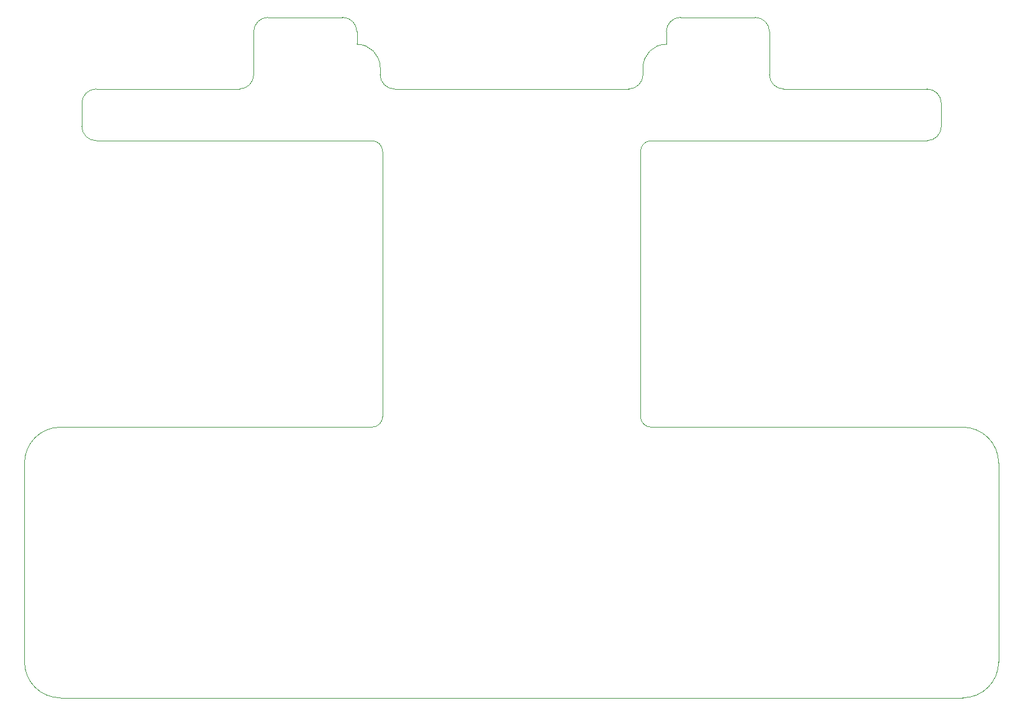
<source format=gbr>
%TF.GenerationSoftware,KiCad,Pcbnew,9.0.2*%
%TF.CreationDate,2025-07-06T19:20:28+07:00*%
%TF.ProjectId,Gamepad PCB,47616d65-7061-4642-9050-43422e6b6963,v03*%
%TF.SameCoordinates,Original*%
%TF.FileFunction,Profile,NP*%
%FSLAX46Y46*%
G04 Gerber Fmt 4.6, Leading zero omitted, Abs format (unit mm)*
G04 Created by KiCad (PCBNEW 9.0.2) date 2025-07-06 19:20:28*
%MOMM*%
%LPD*%
G01*
G04 APERTURE LIST*
%TA.AperFunction,Profile*%
%ADD10C,0.050000*%
%TD*%
G04 APERTURE END LIST*
D10*
X86000000Y-106220000D02*
G75*
G02*
X91000000Y-101220000I5000000J0D01*
G01*
X177600000Y-44000000D02*
X188000000Y-44000000D01*
X96000000Y-61220000D02*
X134500000Y-61220000D01*
X222000000Y-134000000D02*
G75*
G02*
X217000000Y-139000000I-5000000J0D01*
G01*
X173499999Y-101220001D02*
G75*
G02*
X171999999Y-99720001I1J1500001D01*
G01*
X222000000Y-134000000D02*
X222000000Y-106220001D01*
X213999999Y-56000001D02*
X213999999Y-59220001D01*
X120000001Y-44000001D02*
X130399999Y-44000002D01*
X172350000Y-52000000D02*
G75*
G02*
X170350000Y-54000000I-2000000J0D01*
G01*
X172000000Y-62719999D02*
G75*
G02*
X173500000Y-61220000I1500000J-1D01*
G01*
X212000000Y-54000001D02*
X192000000Y-54000000D01*
X188000000Y-44000000D02*
G75*
G02*
X190000000Y-46000000I0J-2000000D01*
G01*
X175600000Y-46000000D02*
X175600000Y-47750000D01*
X91000000Y-139000000D02*
G75*
G02*
X86000000Y-134000000I0J5000000D01*
G01*
X118000001Y-46000001D02*
G75*
G02*
X120000001Y-44000001I1999999J1D01*
G01*
X130399999Y-44000001D02*
G75*
G02*
X132399999Y-46000001I1J-1999999D01*
G01*
X137650001Y-53999999D02*
G75*
G02*
X135650001Y-51999999I-1J1999999D01*
G01*
X175600000Y-46000000D02*
G75*
G02*
X177600000Y-44000000I2000000J0D01*
G01*
X134500000Y-61220000D02*
G75*
G02*
X136000000Y-62720000I0J-1500000D01*
G01*
X96000000Y-61220000D02*
G75*
G02*
X94000000Y-59220000I0J2000000D01*
G01*
X118000000Y-52000000D02*
X118000001Y-46000000D01*
X213999999Y-59220001D02*
G75*
G02*
X211999999Y-61219999I-1999999J1D01*
G01*
X94000000Y-56000000D02*
X94000000Y-59220000D01*
X86000000Y-134000000D02*
X86000000Y-106220000D01*
X136000000Y-62720000D02*
X136000000Y-99720000D01*
X173500000Y-101220001D02*
X217000000Y-101220001D01*
X135650000Y-51000000D02*
X135650000Y-52000000D01*
X137650001Y-53999999D02*
X170350000Y-54000000D01*
X132400000Y-47750000D02*
G75*
G02*
X135650000Y-51000000I0J-3250000D01*
G01*
X136000000Y-99720000D02*
G75*
G02*
X134500000Y-101220000I-1500000J0D01*
G01*
X190000000Y-46000000D02*
X190000000Y-52000000D01*
X94000000Y-56000000D02*
G75*
G02*
X96000000Y-54000000I2000000J0D01*
G01*
X217000000Y-139000000D02*
X91000000Y-139000000D01*
X217000000Y-101220001D02*
G75*
G02*
X221999999Y-106220001I0J-4999999D01*
G01*
X211999999Y-54000001D02*
G75*
G02*
X213999999Y-56000001I1J-1999999D01*
G01*
X172350000Y-51000000D02*
G75*
G02*
X175600000Y-47750000I3250000J0D01*
G01*
X172350000Y-51000000D02*
X172350000Y-52000000D01*
X192000000Y-54000000D02*
G75*
G02*
X190000000Y-52000000I0J2000000D01*
G01*
X132399998Y-46000001D02*
X132400000Y-47750000D01*
X172000000Y-62719999D02*
X171999999Y-99720000D01*
X91000000Y-101220000D02*
X134500000Y-101220000D01*
X173500000Y-61219999D02*
X211999999Y-61219999D01*
X118000000Y-52000000D02*
G75*
G02*
X116000000Y-54000000I-2000000J0D01*
G01*
X96000000Y-54000000D02*
X116000000Y-54000000D01*
M02*

</source>
